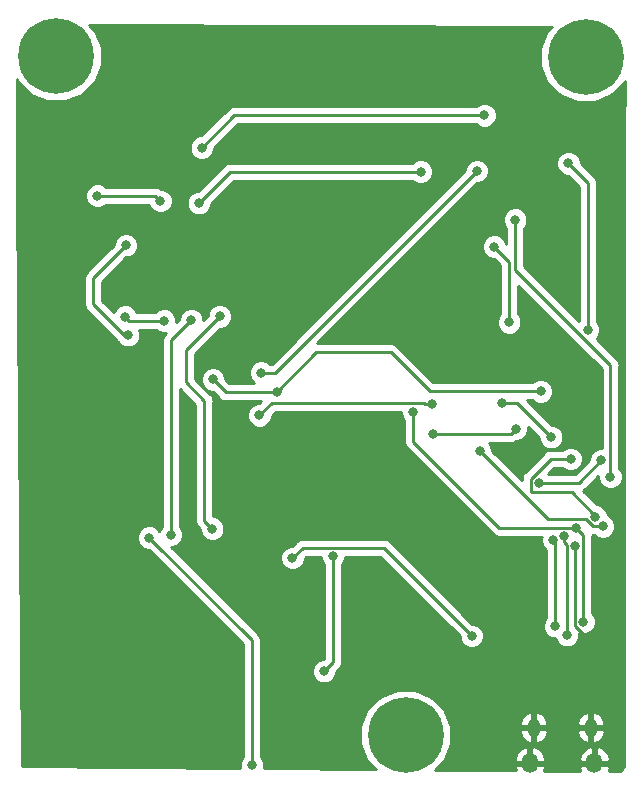
<source format=gbl>
G04 #@! TF.GenerationSoftware,KiCad,Pcbnew,(5.0.1-3-g963ef8bb5)*
G04 #@! TF.CreationDate,2019-10-19T22:42:43+03:00*
G04 #@! TF.ProjectId,kangal-bcu,6B616E67616C2D6263752E6B69636164,rev?*
G04 #@! TF.SameCoordinates,Original*
G04 #@! TF.FileFunction,Copper,L2,Bot,Signal*
G04 #@! TF.FilePolarity,Positive*
%FSLAX46Y46*%
G04 Gerber Fmt 4.6, Leading zero omitted, Abs format (unit mm)*
G04 Created by KiCad (PCBNEW (5.0.1-3-g963ef8bb5)) date 2019 October 19, Saturday 22:42:43*
%MOMM*%
%LPD*%
G01*
G04 APERTURE LIST*
G04 #@! TA.AperFunction,ComponentPad*
%ADD10O,1.100000X1.500000*%
G04 #@! TD*
G04 #@! TA.AperFunction,ComponentPad*
%ADD11O,1.350000X1.700000*%
G04 #@! TD*
G04 #@! TA.AperFunction,ComponentPad*
%ADD12C,0.800000*%
G04 #@! TD*
G04 #@! TA.AperFunction,ComponentPad*
%ADD13C,6.400000*%
G04 #@! TD*
G04 #@! TA.AperFunction,ViaPad*
%ADD14C,0.800000*%
G04 #@! TD*
G04 #@! TA.AperFunction,Conductor*
%ADD15C,0.250000*%
G04 #@! TD*
G04 #@! TA.AperFunction,Conductor*
%ADD16C,0.254000*%
G04 #@! TD*
G04 APERTURE END LIST*
D10*
G04 #@! TO.P,J1,6*
G04 #@! TO.N,GND*
X217392000Y-111335500D03*
X222232000Y-111335500D03*
D11*
X217082000Y-114335500D03*
X222542000Y-114335500D03*
G04 #@! TD*
D12*
G04 #@! TO.P,REF\002A\002A,1*
G04 #@! TO.N,N/C*
X223502556Y-52849444D03*
X221805500Y-52146500D03*
X220108444Y-52849444D03*
X219405500Y-54546500D03*
X220108444Y-56243556D03*
X221805500Y-56946500D03*
X223502556Y-56243556D03*
X224205500Y-54546500D03*
D13*
X221805500Y-54546500D03*
G04 #@! TD*
D12*
G04 #@! TO.P,REF\002A\002A,1*
G04 #@! TO.N,N/C*
X178671556Y-52785944D03*
X176974500Y-52083000D03*
X175277444Y-52785944D03*
X174574500Y-54483000D03*
X175277444Y-56180056D03*
X176974500Y-56883000D03*
X178671556Y-56180056D03*
X179374500Y-54483000D03*
D13*
X176974500Y-54483000D03*
G04 #@! TD*
D12*
G04 #@! TO.P,REF\002A\002A,1*
G04 #@! TO.N,N/C*
X208262556Y-110253444D03*
X206565500Y-109550500D03*
X204868444Y-110253444D03*
X204165500Y-111950500D03*
X204868444Y-113647556D03*
X206565500Y-114350500D03*
X208262556Y-113647556D03*
X208965500Y-111950500D03*
D13*
X206565500Y-111950500D03*
G04 #@! TD*
D14*
G04 #@! TO.N,GND*
X185841640Y-58013600D03*
X185674000Y-60482480D03*
X213380320Y-96895920D03*
X219837000Y-112887760D03*
X203540360Y-87243920D03*
X186837320Y-73868280D03*
X220883480Y-95981520D03*
G04 #@! TO.N,en*
X215900000Y-86042500D03*
X208915000Y-86487000D03*
G04 #@! TO.N,+5V*
X212153500Y-103568500D03*
X196977000Y-96964500D03*
G04 #@! TO.N,d-*
X219202000Y-102743000D03*
X219075000Y-95440500D03*
G04 #@! TO.N,d+*
X220218000Y-103505000D03*
X219994480Y-95092520D03*
G04 #@! TO.N,rts*
X207200500Y-84582000D03*
X220980000Y-94424500D03*
X221615000Y-102362000D03*
G04 #@! TO.N,Net-(Q1-Pad1)*
X217868500Y-90614500D03*
X223139000Y-88709500D03*
G04 #@! TO.N,dtr*
X218884500Y-86741000D03*
X214757000Y-83820000D03*
X220535500Y-88582500D03*
X222630583Y-93462277D03*
G04 #@! TO.N,sda*
X189039500Y-66929000D03*
X207835500Y-64262000D03*
X182880000Y-70485000D03*
X183070500Y-78105000D03*
G04 #@! TO.N,scl*
X189293500Y-62230000D03*
X213233000Y-59499500D03*
X186105800Y-76875640D03*
X182813960Y-76540360D03*
G04 #@! TO.N,IO5*
X215328500Y-77025500D03*
X214058500Y-70612000D03*
G04 #@! TO.N,Net-(R7-Pad2)*
X223901000Y-90106500D03*
X215836500Y-68326000D03*
G04 #@! TO.N,Net-(R8-Pad2)*
X223266000Y-94297500D03*
X212852000Y-87947500D03*
X208788000Y-83947000D03*
X194183000Y-84899500D03*
G04 #@! TO.N,rxtotx*
X194310000Y-81280000D03*
X212598000Y-64198500D03*
G04 #@! TO.N,vccad*
X220345000Y-63563500D03*
X221996000Y-77660500D03*
X195643500Y-82931000D03*
X190246000Y-81851500D03*
X199644000Y-106553000D03*
X200406000Y-96837500D03*
X217995500Y-82867500D03*
X185801000Y-66738500D03*
X180467000Y-66294000D03*
G04 #@! TO.N,gpsrx*
X190182500Y-94488000D03*
X190817500Y-76517500D03*
G04 #@! TO.N,gpstx*
X188404500Y-76835000D03*
X186690000Y-94996000D03*
G04 #@! TO.N,Net-(MODULE1-Pad12)*
X184848500Y-95250000D03*
X193548000Y-114490500D03*
G04 #@! TD*
D15*
G04 #@! TO.N,GND*
X222232000Y-104052002D02*
X222232000Y-110335500D01*
X220883480Y-102703482D02*
X222232000Y-104052002D01*
X222232000Y-110335500D02*
X222232000Y-111335500D01*
X220883480Y-95981520D02*
X220883480Y-102703482D01*
G04 #@! TO.N,en*
X215455500Y-86487000D02*
X208915000Y-86487000D01*
X215900000Y-86042500D02*
X215455500Y-86487000D01*
G04 #@! TO.N,+5V*
X197829001Y-96112499D02*
X196977000Y-96964500D01*
X204697499Y-96112499D02*
X197829001Y-96112499D01*
X212153500Y-103568500D02*
X204697499Y-96112499D01*
G04 #@! TO.N,d-*
X219202000Y-95567500D02*
X219075000Y-95440500D01*
X219202000Y-102743000D02*
X219202000Y-95567500D01*
G04 #@! TO.N,d+*
X219867480Y-95219520D02*
X219994480Y-95092520D01*
X220218000Y-95881725D02*
X220218000Y-96271080D01*
X219994480Y-95658205D02*
X220218000Y-95881725D01*
X219994480Y-95092520D02*
X219994480Y-95658205D01*
X220218000Y-103505000D02*
X220218000Y-96271080D01*
G04 #@! TO.N,rts*
X207200500Y-84582000D02*
X207200500Y-87122000D01*
X214503000Y-94424500D02*
X220980000Y-94424500D01*
X207200500Y-87122000D02*
X214503000Y-94424500D01*
X221615000Y-95059500D02*
X220980000Y-94424500D01*
X221615000Y-102362000D02*
X221615000Y-95059500D01*
G04 #@! TO.N,Net-(Q1-Pad1)*
X221234000Y-90614500D02*
X223139000Y-88709500D01*
X217868500Y-90614500D02*
X221234000Y-90614500D01*
G04 #@! TO.N,dtr*
X215963500Y-83820000D02*
X214757000Y-83820000D01*
X218884500Y-86741000D02*
X215963500Y-83820000D01*
X217143499Y-90266499D02*
X217143499Y-91413499D01*
X218827498Y-88582500D02*
X217143499Y-90266499D01*
X220535500Y-88582500D02*
X218827498Y-88582500D01*
X220629501Y-91413499D02*
X222440500Y-93224498D01*
X217143499Y-91413499D02*
X220629501Y-91413499D01*
X222583861Y-93508999D02*
X222630583Y-93462277D01*
X222440500Y-93508999D02*
X222583861Y-93508999D01*
X222440500Y-93224498D02*
X222630583Y-93462277D01*
G04 #@! TO.N,sda*
X191706500Y-64262000D02*
X207835500Y-64262000D01*
X189039500Y-66929000D02*
X191706500Y-64262000D01*
X182880000Y-70485000D02*
X180086000Y-73279000D01*
X180086000Y-73279000D02*
X180086000Y-75501500D01*
X182689500Y-78105000D02*
X183070500Y-78105000D01*
X180086000Y-75501500D02*
X182689500Y-78105000D01*
G04 #@! TO.N,scl*
X192024000Y-59499500D02*
X213233000Y-59499500D01*
X189293500Y-62230000D02*
X192024000Y-59499500D01*
X183149240Y-76875640D02*
X182813960Y-76540360D01*
X186105800Y-76875640D02*
X183149240Y-76875640D01*
G04 #@! TO.N,IO5*
X215328500Y-71882000D02*
X214058500Y-70612000D01*
X215328500Y-77025500D02*
X215328500Y-71882000D01*
G04 #@! TO.N,Net-(R7-Pad2)*
X215836500Y-72574002D02*
X215836500Y-68326000D01*
X223901000Y-80638502D02*
X215836500Y-72574002D01*
X223901000Y-90106500D02*
X223901000Y-80638502D01*
G04 #@! TO.N,Net-(R8-Pad2)*
X221842499Y-93699499D02*
X218603999Y-93699499D01*
X218603999Y-93699499D02*
X212852000Y-87947500D01*
X195225501Y-83856999D02*
X194183000Y-84899500D01*
X208132314Y-83856999D02*
X195225501Y-83856999D01*
X208222315Y-83947000D02*
X208132314Y-83856999D01*
X208788000Y-83947000D02*
X208222315Y-83947000D01*
X222440500Y-94297500D02*
X223266000Y-94297500D01*
X221842499Y-93699499D02*
X222440500Y-94297500D01*
G04 #@! TO.N,rxtotx*
X195516500Y-81280000D02*
X212598000Y-64198500D01*
X194310000Y-81280000D02*
X195516500Y-81280000D01*
G04 #@! TO.N,vccad*
X221996000Y-65214500D02*
X221996000Y-77660500D01*
X220345000Y-63563500D02*
X221996000Y-65214500D01*
X191325500Y-82931000D02*
X190246000Y-81851500D01*
X195643500Y-82931000D02*
X191325500Y-82931000D01*
X200406000Y-105791000D02*
X200406000Y-96837500D01*
X199644000Y-106553000D02*
X200406000Y-105791000D01*
X217995500Y-82867500D02*
X208597500Y-82867500D01*
X208597500Y-82867500D02*
X205295500Y-79565500D01*
X199009000Y-79565500D02*
X195643500Y-82931000D01*
X205295500Y-79565500D02*
X199009000Y-79565500D01*
X185356500Y-66294000D02*
X180467000Y-66294000D01*
X185801000Y-66738500D02*
X185356500Y-66294000D01*
G04 #@! TO.N,gpsrx*
X189520999Y-93826499D02*
X189520999Y-83666499D01*
X190182500Y-94488000D02*
X189520999Y-93826499D01*
X189520999Y-83666499D02*
X187960000Y-82105500D01*
X187960000Y-79375000D02*
X190817500Y-76517500D01*
X187960000Y-82105500D02*
X187960000Y-79375000D01*
G04 #@! TO.N,gpstx*
X186690000Y-78549500D02*
X186690000Y-94996000D01*
X188404500Y-76835000D02*
X186690000Y-78549500D01*
G04 #@! TO.N,Net-(MODULE1-Pad12)*
X193548000Y-103949500D02*
X193548000Y-114490500D01*
X184848500Y-95250000D02*
X193548000Y-103949500D01*
G04 #@! TD*
D16*
G04 #@! TO.N,GND*
G36*
X218908838Y-52019653D02*
X218554344Y-52374147D01*
X217970500Y-53783671D01*
X217970500Y-55309329D01*
X218554344Y-56718853D01*
X219633147Y-57797656D01*
X221042671Y-58381500D01*
X222568329Y-58381500D01*
X223977853Y-57797656D01*
X225056656Y-56718853D01*
X225102742Y-56607592D01*
X225044012Y-60963368D01*
X225044000Y-60965080D01*
X225044000Y-114614241D01*
X224912241Y-114866005D01*
X224761632Y-115018068D01*
X223733712Y-115009813D01*
X223845673Y-114668383D01*
X223695571Y-114462500D01*
X222669000Y-114462500D01*
X222669000Y-114482500D01*
X222415000Y-114482500D01*
X222415000Y-114462500D01*
X221388429Y-114462500D01*
X221238327Y-114668383D01*
X221343995Y-114990621D01*
X218288053Y-114966079D01*
X218385673Y-114668383D01*
X218235571Y-114462500D01*
X217209000Y-114462500D01*
X217209000Y-114482500D01*
X216955000Y-114482500D01*
X216955000Y-114462500D01*
X215928429Y-114462500D01*
X215778327Y-114668383D01*
X215869578Y-114946657D01*
X209047639Y-114891870D01*
X209816656Y-114122853D01*
X209866459Y-114002617D01*
X215778327Y-114002617D01*
X215928429Y-114208500D01*
X216955000Y-114208500D01*
X216955000Y-113016276D01*
X217209000Y-113016276D01*
X217209000Y-114208500D01*
X218235571Y-114208500D01*
X218385673Y-114002617D01*
X221238327Y-114002617D01*
X221388429Y-114208500D01*
X222415000Y-114208500D01*
X222415000Y-113016276D01*
X222669000Y-113016276D01*
X222669000Y-114208500D01*
X223695571Y-114208500D01*
X223845673Y-114002617D01*
X223686018Y-113515741D01*
X223352196Y-113127024D01*
X222895029Y-112895644D01*
X222871400Y-112892590D01*
X222669000Y-113016276D01*
X222415000Y-113016276D01*
X222212600Y-112892590D01*
X222188971Y-112895644D01*
X221731804Y-113127024D01*
X221397982Y-113515741D01*
X221238327Y-114002617D01*
X218385673Y-114002617D01*
X218226018Y-113515741D01*
X217892196Y-113127024D01*
X217435029Y-112895644D01*
X217411400Y-112892590D01*
X217209000Y-113016276D01*
X216955000Y-113016276D01*
X216752600Y-112892590D01*
X216728971Y-112895644D01*
X216271804Y-113127024D01*
X215937982Y-113515741D01*
X215778327Y-114002617D01*
X209866459Y-114002617D01*
X210400500Y-112713329D01*
X210400500Y-111649383D01*
X216206320Y-111649383D01*
X216340156Y-112094454D01*
X216634125Y-112454429D01*
X217043474Y-112674506D01*
X217082256Y-112679303D01*
X217265000Y-112553861D01*
X217265000Y-111462500D01*
X217519000Y-111462500D01*
X217519000Y-112553861D01*
X217701744Y-112679303D01*
X217740526Y-112674506D01*
X218149875Y-112454429D01*
X218443844Y-112094454D01*
X218577680Y-111649383D01*
X221046320Y-111649383D01*
X221180156Y-112094454D01*
X221474125Y-112454429D01*
X221883474Y-112674506D01*
X221922256Y-112679303D01*
X222105000Y-112553861D01*
X222105000Y-111462500D01*
X222359000Y-111462500D01*
X222359000Y-112553861D01*
X222541744Y-112679303D01*
X222580526Y-112674506D01*
X222989875Y-112454429D01*
X223283844Y-112094454D01*
X223417680Y-111649383D01*
X223262148Y-111462500D01*
X222359000Y-111462500D01*
X222105000Y-111462500D01*
X221201852Y-111462500D01*
X221046320Y-111649383D01*
X218577680Y-111649383D01*
X218422148Y-111462500D01*
X217519000Y-111462500D01*
X217265000Y-111462500D01*
X216361852Y-111462500D01*
X216206320Y-111649383D01*
X210400500Y-111649383D01*
X210400500Y-111187671D01*
X210331719Y-111021617D01*
X216206320Y-111021617D01*
X216361852Y-111208500D01*
X217265000Y-111208500D01*
X217265000Y-110117139D01*
X217519000Y-110117139D01*
X217519000Y-111208500D01*
X218422148Y-111208500D01*
X218577680Y-111021617D01*
X221046320Y-111021617D01*
X221201852Y-111208500D01*
X222105000Y-111208500D01*
X222105000Y-110117139D01*
X222359000Y-110117139D01*
X222359000Y-111208500D01*
X223262148Y-111208500D01*
X223417680Y-111021617D01*
X223283844Y-110576546D01*
X222989875Y-110216571D01*
X222580526Y-109996494D01*
X222541744Y-109991697D01*
X222359000Y-110117139D01*
X222105000Y-110117139D01*
X221922256Y-109991697D01*
X221883474Y-109996494D01*
X221474125Y-110216571D01*
X221180156Y-110576546D01*
X221046320Y-111021617D01*
X218577680Y-111021617D01*
X218443844Y-110576546D01*
X218149875Y-110216571D01*
X217740526Y-109996494D01*
X217701744Y-109991697D01*
X217519000Y-110117139D01*
X217265000Y-110117139D01*
X217082256Y-109991697D01*
X217043474Y-109996494D01*
X216634125Y-110216571D01*
X216340156Y-110576546D01*
X216206320Y-111021617D01*
X210331719Y-111021617D01*
X209816656Y-109778147D01*
X208737853Y-108699344D01*
X207328329Y-108115500D01*
X205802671Y-108115500D01*
X204393147Y-108699344D01*
X203314344Y-109778147D01*
X202730500Y-111187671D01*
X202730500Y-112713329D01*
X203314344Y-114122853D01*
X204043171Y-114851680D01*
X194550249Y-114775443D01*
X194583000Y-114696374D01*
X194583000Y-114284626D01*
X194425431Y-113904220D01*
X194308000Y-113786789D01*
X194308000Y-104024347D01*
X194322888Y-103949500D01*
X194308000Y-103874653D01*
X194308000Y-103874648D01*
X194263904Y-103652963D01*
X194095929Y-103401571D01*
X194032473Y-103359171D01*
X187431928Y-96758626D01*
X195942000Y-96758626D01*
X195942000Y-97170374D01*
X196099569Y-97550780D01*
X196390720Y-97841931D01*
X196771126Y-97999500D01*
X197182874Y-97999500D01*
X197563280Y-97841931D01*
X197854431Y-97550780D01*
X198012000Y-97170374D01*
X198012000Y-97004302D01*
X198143803Y-96872499D01*
X199371000Y-96872499D01*
X199371000Y-97043374D01*
X199528569Y-97423780D01*
X199646001Y-97541212D01*
X199646000Y-105476198D01*
X199604198Y-105518000D01*
X199438126Y-105518000D01*
X199057720Y-105675569D01*
X198766569Y-105966720D01*
X198609000Y-106347126D01*
X198609000Y-106758874D01*
X198766569Y-107139280D01*
X199057720Y-107430431D01*
X199438126Y-107588000D01*
X199849874Y-107588000D01*
X200230280Y-107430431D01*
X200521431Y-107139280D01*
X200679000Y-106758874D01*
X200679000Y-106592802D01*
X200890473Y-106381329D01*
X200953929Y-106338929D01*
X201009031Y-106256463D01*
X201121904Y-106087538D01*
X201145936Y-105966720D01*
X201166000Y-105865852D01*
X201166000Y-105865848D01*
X201180888Y-105791000D01*
X201166000Y-105716152D01*
X201166000Y-97541211D01*
X201283431Y-97423780D01*
X201441000Y-97043374D01*
X201441000Y-96872499D01*
X204382698Y-96872499D01*
X211118500Y-103608302D01*
X211118500Y-103774374D01*
X211276069Y-104154780D01*
X211567220Y-104445931D01*
X211947626Y-104603500D01*
X212359374Y-104603500D01*
X212739780Y-104445931D01*
X213030931Y-104154780D01*
X213188500Y-103774374D01*
X213188500Y-103362626D01*
X213030931Y-102982220D01*
X212739780Y-102691069D01*
X212359374Y-102533500D01*
X212193302Y-102533500D01*
X205287830Y-95628029D01*
X205245428Y-95564570D01*
X204994036Y-95396595D01*
X204772351Y-95352499D01*
X204772346Y-95352499D01*
X204697499Y-95337611D01*
X204622652Y-95352499D01*
X197903847Y-95352499D01*
X197829000Y-95337611D01*
X197754153Y-95352499D01*
X197754149Y-95352499D01*
X197532464Y-95396595D01*
X197469903Y-95438397D01*
X197344527Y-95522170D01*
X197344525Y-95522172D01*
X197281072Y-95564570D01*
X197238674Y-95628024D01*
X196937198Y-95929500D01*
X196771126Y-95929500D01*
X196390720Y-96087069D01*
X196099569Y-96378220D01*
X195942000Y-96758626D01*
X187431928Y-96758626D01*
X186704301Y-96031000D01*
X186895874Y-96031000D01*
X187276280Y-95873431D01*
X187567431Y-95582280D01*
X187725000Y-95201874D01*
X187725000Y-94790126D01*
X187567431Y-94409720D01*
X187450000Y-94292289D01*
X187450000Y-82678772D01*
X187475530Y-82695831D01*
X188761000Y-83981302D01*
X188760999Y-93751652D01*
X188746111Y-93826499D01*
X188760999Y-93901346D01*
X188760999Y-93901350D01*
X188805095Y-94123035D01*
X188973070Y-94374428D01*
X189036529Y-94416830D01*
X189147500Y-94527801D01*
X189147500Y-94693874D01*
X189305069Y-95074280D01*
X189596220Y-95365431D01*
X189976626Y-95523000D01*
X190388374Y-95523000D01*
X190768780Y-95365431D01*
X191059931Y-95074280D01*
X191217500Y-94693874D01*
X191217500Y-94282126D01*
X191059931Y-93901720D01*
X190768780Y-93610569D01*
X190388374Y-93453000D01*
X190280999Y-93453000D01*
X190280999Y-83741346D01*
X190295887Y-83666499D01*
X190280999Y-83591652D01*
X190280999Y-83591647D01*
X190236903Y-83369962D01*
X190068928Y-83118570D01*
X190005472Y-83076170D01*
X188720000Y-81790699D01*
X188720000Y-81645626D01*
X189211000Y-81645626D01*
X189211000Y-82057374D01*
X189368569Y-82437780D01*
X189659720Y-82728931D01*
X190040126Y-82886500D01*
X190206199Y-82886500D01*
X190735171Y-83415473D01*
X190777571Y-83478929D01*
X191028963Y-83646904D01*
X191250648Y-83691000D01*
X191250652Y-83691000D01*
X191325500Y-83705888D01*
X191400348Y-83691000D01*
X194316698Y-83691000D01*
X194143199Y-83864500D01*
X193977126Y-83864500D01*
X193596720Y-84022069D01*
X193305569Y-84313220D01*
X193148000Y-84693626D01*
X193148000Y-85105374D01*
X193305569Y-85485780D01*
X193596720Y-85776931D01*
X193977126Y-85934500D01*
X194388874Y-85934500D01*
X194769280Y-85776931D01*
X195060431Y-85485780D01*
X195218000Y-85105374D01*
X195218000Y-84939301D01*
X195540303Y-84616999D01*
X206165500Y-84616999D01*
X206165500Y-84787874D01*
X206323069Y-85168280D01*
X206440500Y-85285711D01*
X206440501Y-87047148D01*
X206425612Y-87122000D01*
X206440501Y-87196852D01*
X206484597Y-87418537D01*
X206652572Y-87669929D01*
X206716028Y-87712329D01*
X213912670Y-94908972D01*
X213955071Y-94972429D01*
X214206463Y-95140404D01*
X214428148Y-95184500D01*
X214428152Y-95184500D01*
X214503000Y-95199388D01*
X214577848Y-95184500D01*
X218060763Y-95184500D01*
X218040000Y-95234626D01*
X218040000Y-95646374D01*
X218197569Y-96026780D01*
X218442001Y-96271212D01*
X218442000Y-102039289D01*
X218324569Y-102156720D01*
X218167000Y-102537126D01*
X218167000Y-102948874D01*
X218324569Y-103329280D01*
X218615720Y-103620431D01*
X218996126Y-103778000D01*
X219210804Y-103778000D01*
X219340569Y-104091280D01*
X219631720Y-104382431D01*
X220012126Y-104540000D01*
X220423874Y-104540000D01*
X220804280Y-104382431D01*
X221095431Y-104091280D01*
X221253000Y-103710874D01*
X221253000Y-103332331D01*
X221409126Y-103397000D01*
X221820874Y-103397000D01*
X222201280Y-103239431D01*
X222492431Y-102948280D01*
X222650000Y-102567874D01*
X222650000Y-102156126D01*
X222492431Y-101775720D01*
X222375000Y-101658289D01*
X222375000Y-95134348D01*
X222389348Y-95062213D01*
X222440499Y-95072388D01*
X222515346Y-95057500D01*
X222562289Y-95057500D01*
X222679720Y-95174931D01*
X223060126Y-95332500D01*
X223471874Y-95332500D01*
X223852280Y-95174931D01*
X224143431Y-94883780D01*
X224301000Y-94503374D01*
X224301000Y-94091626D01*
X224143431Y-93711220D01*
X223852280Y-93420069D01*
X223665583Y-93342737D01*
X223665583Y-93256403D01*
X223508014Y-92875997D01*
X223216863Y-92584846D01*
X222836457Y-92427277D01*
X222718082Y-92427277D01*
X221584890Y-91294086D01*
X221781929Y-91162429D01*
X221824331Y-91098970D01*
X222866000Y-90057302D01*
X222866000Y-90312374D01*
X223023569Y-90692780D01*
X223314720Y-90983931D01*
X223695126Y-91141500D01*
X224106874Y-91141500D01*
X224487280Y-90983931D01*
X224778431Y-90692780D01*
X224936000Y-90312374D01*
X224936000Y-89900626D01*
X224778431Y-89520220D01*
X224661000Y-89402789D01*
X224661000Y-80713348D01*
X224675888Y-80638501D01*
X224661000Y-80563654D01*
X224661000Y-80563650D01*
X224616904Y-80341965D01*
X224448929Y-80090573D01*
X224385473Y-80048173D01*
X222728755Y-78391456D01*
X222873431Y-78246780D01*
X223031000Y-77866374D01*
X223031000Y-77454626D01*
X222873431Y-77074220D01*
X222756000Y-76956789D01*
X222756000Y-65289348D01*
X222770888Y-65214500D01*
X222756000Y-65139652D01*
X222756000Y-65139648D01*
X222711904Y-64917963D01*
X222543929Y-64666571D01*
X222480473Y-64624171D01*
X221380000Y-63523699D01*
X221380000Y-63357626D01*
X221222431Y-62977220D01*
X220931280Y-62686069D01*
X220550874Y-62528500D01*
X220139126Y-62528500D01*
X219758720Y-62686069D01*
X219467569Y-62977220D01*
X219310000Y-63357626D01*
X219310000Y-63769374D01*
X219467569Y-64149780D01*
X219758720Y-64440931D01*
X220139126Y-64598500D01*
X220305199Y-64598500D01*
X221236000Y-65529302D01*
X221236001Y-76898701D01*
X216596500Y-72259201D01*
X216596500Y-69029711D01*
X216713931Y-68912280D01*
X216871500Y-68531874D01*
X216871500Y-68120126D01*
X216713931Y-67739720D01*
X216422780Y-67448569D01*
X216042374Y-67291000D01*
X215630626Y-67291000D01*
X215250220Y-67448569D01*
X214959069Y-67739720D01*
X214801500Y-68120126D01*
X214801500Y-68531874D01*
X214959069Y-68912280D01*
X215076501Y-69029712D01*
X215076501Y-70365086D01*
X214935931Y-70025720D01*
X214644780Y-69734569D01*
X214264374Y-69577000D01*
X213852626Y-69577000D01*
X213472220Y-69734569D01*
X213181069Y-70025720D01*
X213023500Y-70406126D01*
X213023500Y-70817874D01*
X213181069Y-71198280D01*
X213472220Y-71489431D01*
X213852626Y-71647000D01*
X214018699Y-71647000D01*
X214568501Y-72196803D01*
X214568500Y-76321789D01*
X214451069Y-76439220D01*
X214293500Y-76819626D01*
X214293500Y-77231374D01*
X214451069Y-77611780D01*
X214742220Y-77902931D01*
X215122626Y-78060500D01*
X215534374Y-78060500D01*
X215914780Y-77902931D01*
X216205931Y-77611780D01*
X216363500Y-77231374D01*
X216363500Y-76819626D01*
X216205931Y-76439220D01*
X216088500Y-76321789D01*
X216088500Y-73900803D01*
X223141001Y-80953305D01*
X223141000Y-87674500D01*
X222933126Y-87674500D01*
X222552720Y-87832069D01*
X222261569Y-88123220D01*
X222104000Y-88503626D01*
X222104000Y-88669698D01*
X220919199Y-89854500D01*
X218630300Y-89854500D01*
X219142300Y-89342500D01*
X219831789Y-89342500D01*
X219949220Y-89459931D01*
X220329626Y-89617500D01*
X220741374Y-89617500D01*
X221121780Y-89459931D01*
X221412931Y-89168780D01*
X221570500Y-88788374D01*
X221570500Y-88376626D01*
X221412931Y-87996220D01*
X221121780Y-87705069D01*
X220741374Y-87547500D01*
X220329626Y-87547500D01*
X219949220Y-87705069D01*
X219831789Y-87822500D01*
X218902344Y-87822500D01*
X218827497Y-87807612D01*
X218752650Y-87822500D01*
X218752646Y-87822500D01*
X218530961Y-87866596D01*
X218279569Y-88034571D01*
X218237169Y-88098027D01*
X216659029Y-89676168D01*
X216595570Y-89718570D01*
X216427595Y-89969963D01*
X216383499Y-90191648D01*
X216383499Y-90191652D01*
X216368611Y-90266499D01*
X216383499Y-90341346D01*
X216383499Y-90404198D01*
X213887000Y-87907699D01*
X213887000Y-87741626D01*
X213729431Y-87361220D01*
X213615211Y-87247000D01*
X215380653Y-87247000D01*
X215455500Y-87261888D01*
X215530347Y-87247000D01*
X215530352Y-87247000D01*
X215752037Y-87202904D01*
X215939717Y-87077500D01*
X216105874Y-87077500D01*
X216486280Y-86919931D01*
X216777431Y-86628780D01*
X216935000Y-86248374D01*
X216935000Y-85866302D01*
X217849500Y-86780802D01*
X217849500Y-86946874D01*
X218007069Y-87327280D01*
X218298220Y-87618431D01*
X218678626Y-87776000D01*
X219090374Y-87776000D01*
X219470780Y-87618431D01*
X219761931Y-87327280D01*
X219919500Y-86946874D01*
X219919500Y-86535126D01*
X219761931Y-86154720D01*
X219470780Y-85863569D01*
X219090374Y-85706000D01*
X218924302Y-85706000D01*
X216845801Y-83627500D01*
X217291789Y-83627500D01*
X217409220Y-83744931D01*
X217789626Y-83902500D01*
X218201374Y-83902500D01*
X218581780Y-83744931D01*
X218872931Y-83453780D01*
X219030500Y-83073374D01*
X219030500Y-82661626D01*
X218872931Y-82281220D01*
X218581780Y-81990069D01*
X218201374Y-81832500D01*
X217789626Y-81832500D01*
X217409220Y-81990069D01*
X217291789Y-82107500D01*
X208912302Y-82107500D01*
X205885831Y-79081030D01*
X205843429Y-79017571D01*
X205592037Y-78849596D01*
X205370352Y-78805500D01*
X205370347Y-78805500D01*
X205295500Y-78790612D01*
X205220653Y-78805500D01*
X199083848Y-78805500D01*
X199068795Y-78802506D01*
X212637802Y-65233500D01*
X212803874Y-65233500D01*
X213184280Y-65075931D01*
X213475431Y-64784780D01*
X213633000Y-64404374D01*
X213633000Y-63992626D01*
X213475431Y-63612220D01*
X213184280Y-63321069D01*
X212803874Y-63163500D01*
X212392126Y-63163500D01*
X212011720Y-63321069D01*
X211720569Y-63612220D01*
X211563000Y-63992626D01*
X211563000Y-64158698D01*
X195201699Y-80520000D01*
X195013711Y-80520000D01*
X194896280Y-80402569D01*
X194515874Y-80245000D01*
X194104126Y-80245000D01*
X193723720Y-80402569D01*
X193432569Y-80693720D01*
X193275000Y-81074126D01*
X193275000Y-81485874D01*
X193432569Y-81866280D01*
X193723720Y-82157431D01*
X193756479Y-82171000D01*
X191640302Y-82171000D01*
X191281000Y-81811699D01*
X191281000Y-81645626D01*
X191123431Y-81265220D01*
X190832280Y-80974069D01*
X190451874Y-80816500D01*
X190040126Y-80816500D01*
X189659720Y-80974069D01*
X189368569Y-81265220D01*
X189211000Y-81645626D01*
X188720000Y-81645626D01*
X188720000Y-79689801D01*
X190857302Y-77552500D01*
X191023374Y-77552500D01*
X191403780Y-77394931D01*
X191694931Y-77103780D01*
X191852500Y-76723374D01*
X191852500Y-76311626D01*
X191694931Y-75931220D01*
X191403780Y-75640069D01*
X191023374Y-75482500D01*
X190611626Y-75482500D01*
X190231220Y-75640069D01*
X189940069Y-75931220D01*
X189782500Y-76311626D01*
X189782500Y-76477698D01*
X189439500Y-76820698D01*
X189439500Y-76629126D01*
X189281931Y-76248720D01*
X188990780Y-75957569D01*
X188610374Y-75800000D01*
X188198626Y-75800000D01*
X187818220Y-75957569D01*
X187527069Y-76248720D01*
X187369500Y-76629126D01*
X187369500Y-76795198D01*
X187140800Y-77023898D01*
X187140800Y-76669766D01*
X186983231Y-76289360D01*
X186692080Y-75998209D01*
X186311674Y-75840640D01*
X185899926Y-75840640D01*
X185519520Y-75998209D01*
X185402089Y-76115640D01*
X183758311Y-76115640D01*
X183691391Y-75954080D01*
X183400240Y-75662929D01*
X183019834Y-75505360D01*
X182608086Y-75505360D01*
X182227680Y-75662929D01*
X181936529Y-75954080D01*
X181841881Y-76182580D01*
X180846000Y-75186699D01*
X180846000Y-73593801D01*
X182919802Y-71520000D01*
X183085874Y-71520000D01*
X183466280Y-71362431D01*
X183757431Y-71071280D01*
X183915000Y-70690874D01*
X183915000Y-70279126D01*
X183757431Y-69898720D01*
X183466280Y-69607569D01*
X183085874Y-69450000D01*
X182674126Y-69450000D01*
X182293720Y-69607569D01*
X182002569Y-69898720D01*
X181845000Y-70279126D01*
X181845000Y-70445198D01*
X179601530Y-72688669D01*
X179538071Y-72731071D01*
X179370096Y-72982464D01*
X179326000Y-73204149D01*
X179326000Y-73204153D01*
X179311112Y-73279000D01*
X179326000Y-73353847D01*
X179326001Y-75426648D01*
X179311112Y-75501500D01*
X179370097Y-75798037D01*
X179484713Y-75969571D01*
X179538072Y-76049429D01*
X179601528Y-76091829D01*
X182099171Y-78589473D01*
X182141571Y-78652929D01*
X182190812Y-78685831D01*
X182193069Y-78691280D01*
X182484220Y-78982431D01*
X182864626Y-79140000D01*
X183276374Y-79140000D01*
X183656780Y-78982431D01*
X183947931Y-78691280D01*
X184105500Y-78310874D01*
X184105500Y-77899126D01*
X183996361Y-77635640D01*
X185402089Y-77635640D01*
X185519520Y-77753071D01*
X185899926Y-77910640D01*
X186254059Y-77910640D01*
X186205530Y-77959169D01*
X186142071Y-78001571D01*
X185974096Y-78252964D01*
X185930000Y-78474649D01*
X185930000Y-78474653D01*
X185915112Y-78549500D01*
X185930000Y-78624347D01*
X185930001Y-94292288D01*
X185812569Y-94409720D01*
X185712799Y-94650588D01*
X185434780Y-94372569D01*
X185054374Y-94215000D01*
X184642626Y-94215000D01*
X184262220Y-94372569D01*
X183971069Y-94663720D01*
X183813500Y-95044126D01*
X183813500Y-95455874D01*
X183971069Y-95836280D01*
X184262220Y-96127431D01*
X184642626Y-96285000D01*
X184808699Y-96285000D01*
X192788000Y-104264302D01*
X192788001Y-113786788D01*
X192670569Y-113904220D01*
X192513000Y-114284626D01*
X192513000Y-114696374D01*
X192539061Y-114759291D01*
X174060159Y-114610888D01*
X173688802Y-66088126D01*
X179432000Y-66088126D01*
X179432000Y-66499874D01*
X179589569Y-66880280D01*
X179880720Y-67171431D01*
X180261126Y-67329000D01*
X180672874Y-67329000D01*
X181053280Y-67171431D01*
X181170711Y-67054000D01*
X184811408Y-67054000D01*
X184923569Y-67324780D01*
X185214720Y-67615931D01*
X185595126Y-67773500D01*
X186006874Y-67773500D01*
X186387280Y-67615931D01*
X186678431Y-67324780D01*
X186836000Y-66944374D01*
X186836000Y-66723126D01*
X188004500Y-66723126D01*
X188004500Y-67134874D01*
X188162069Y-67515280D01*
X188453220Y-67806431D01*
X188833626Y-67964000D01*
X189245374Y-67964000D01*
X189625780Y-67806431D01*
X189916931Y-67515280D01*
X190074500Y-67134874D01*
X190074500Y-66968801D01*
X192021302Y-65022000D01*
X207131789Y-65022000D01*
X207249220Y-65139431D01*
X207629626Y-65297000D01*
X208041374Y-65297000D01*
X208421780Y-65139431D01*
X208712931Y-64848280D01*
X208870500Y-64467874D01*
X208870500Y-64056126D01*
X208712931Y-63675720D01*
X208421780Y-63384569D01*
X208041374Y-63227000D01*
X207629626Y-63227000D01*
X207249220Y-63384569D01*
X207131789Y-63502000D01*
X191781348Y-63502000D01*
X191706500Y-63487112D01*
X191631652Y-63502000D01*
X191631648Y-63502000D01*
X191409963Y-63546096D01*
X191158571Y-63714071D01*
X191116171Y-63777527D01*
X188999699Y-65894000D01*
X188833626Y-65894000D01*
X188453220Y-66051569D01*
X188162069Y-66342720D01*
X188004500Y-66723126D01*
X186836000Y-66723126D01*
X186836000Y-66532626D01*
X186678431Y-66152220D01*
X186387280Y-65861069D01*
X186006874Y-65703500D01*
X185840717Y-65703500D01*
X185653037Y-65578096D01*
X185431352Y-65534000D01*
X185431347Y-65534000D01*
X185356500Y-65519112D01*
X185281653Y-65534000D01*
X181170711Y-65534000D01*
X181053280Y-65416569D01*
X180672874Y-65259000D01*
X180261126Y-65259000D01*
X179880720Y-65416569D01*
X179589569Y-65707720D01*
X179432000Y-66088126D01*
X173688802Y-66088126D01*
X173657699Y-62024126D01*
X188258500Y-62024126D01*
X188258500Y-62435874D01*
X188416069Y-62816280D01*
X188707220Y-63107431D01*
X189087626Y-63265000D01*
X189499374Y-63265000D01*
X189879780Y-63107431D01*
X190170931Y-62816280D01*
X190328500Y-62435874D01*
X190328500Y-62269801D01*
X192338802Y-60259500D01*
X212529289Y-60259500D01*
X212646720Y-60376931D01*
X213027126Y-60534500D01*
X213438874Y-60534500D01*
X213819280Y-60376931D01*
X214110431Y-60085780D01*
X214268000Y-59705374D01*
X214268000Y-59293626D01*
X214110431Y-58913220D01*
X213819280Y-58622069D01*
X213438874Y-58464500D01*
X213027126Y-58464500D01*
X212646720Y-58622069D01*
X212529289Y-58739500D01*
X192098846Y-58739500D01*
X192023999Y-58724612D01*
X191949152Y-58739500D01*
X191949148Y-58739500D01*
X191727463Y-58783596D01*
X191476071Y-58951571D01*
X191433671Y-59015027D01*
X189253699Y-61195000D01*
X189087626Y-61195000D01*
X188707220Y-61352569D01*
X188416069Y-61643720D01*
X188258500Y-62024126D01*
X173657699Y-62024126D01*
X173634000Y-58927589D01*
X173634000Y-56439658D01*
X173723344Y-56655353D01*
X174802147Y-57734156D01*
X176211671Y-58318000D01*
X177737329Y-58318000D01*
X179146853Y-57734156D01*
X180225656Y-56655353D01*
X180809500Y-55245829D01*
X180809500Y-53720171D01*
X180225656Y-52310647D01*
X179750479Y-51835470D01*
X218908838Y-52019653D01*
X218908838Y-52019653D01*
G37*
X218908838Y-52019653D02*
X218554344Y-52374147D01*
X217970500Y-53783671D01*
X217970500Y-55309329D01*
X218554344Y-56718853D01*
X219633147Y-57797656D01*
X221042671Y-58381500D01*
X222568329Y-58381500D01*
X223977853Y-57797656D01*
X225056656Y-56718853D01*
X225102742Y-56607592D01*
X225044012Y-60963368D01*
X225044000Y-60965080D01*
X225044000Y-114614241D01*
X224912241Y-114866005D01*
X224761632Y-115018068D01*
X223733712Y-115009813D01*
X223845673Y-114668383D01*
X223695571Y-114462500D01*
X222669000Y-114462500D01*
X222669000Y-114482500D01*
X222415000Y-114482500D01*
X222415000Y-114462500D01*
X221388429Y-114462500D01*
X221238327Y-114668383D01*
X221343995Y-114990621D01*
X218288053Y-114966079D01*
X218385673Y-114668383D01*
X218235571Y-114462500D01*
X217209000Y-114462500D01*
X217209000Y-114482500D01*
X216955000Y-114482500D01*
X216955000Y-114462500D01*
X215928429Y-114462500D01*
X215778327Y-114668383D01*
X215869578Y-114946657D01*
X209047639Y-114891870D01*
X209816656Y-114122853D01*
X209866459Y-114002617D01*
X215778327Y-114002617D01*
X215928429Y-114208500D01*
X216955000Y-114208500D01*
X216955000Y-113016276D01*
X217209000Y-113016276D01*
X217209000Y-114208500D01*
X218235571Y-114208500D01*
X218385673Y-114002617D01*
X221238327Y-114002617D01*
X221388429Y-114208500D01*
X222415000Y-114208500D01*
X222415000Y-113016276D01*
X222669000Y-113016276D01*
X222669000Y-114208500D01*
X223695571Y-114208500D01*
X223845673Y-114002617D01*
X223686018Y-113515741D01*
X223352196Y-113127024D01*
X222895029Y-112895644D01*
X222871400Y-112892590D01*
X222669000Y-113016276D01*
X222415000Y-113016276D01*
X222212600Y-112892590D01*
X222188971Y-112895644D01*
X221731804Y-113127024D01*
X221397982Y-113515741D01*
X221238327Y-114002617D01*
X218385673Y-114002617D01*
X218226018Y-113515741D01*
X217892196Y-113127024D01*
X217435029Y-112895644D01*
X217411400Y-112892590D01*
X217209000Y-113016276D01*
X216955000Y-113016276D01*
X216752600Y-112892590D01*
X216728971Y-112895644D01*
X216271804Y-113127024D01*
X215937982Y-113515741D01*
X215778327Y-114002617D01*
X209866459Y-114002617D01*
X210400500Y-112713329D01*
X210400500Y-111649383D01*
X216206320Y-111649383D01*
X216340156Y-112094454D01*
X216634125Y-112454429D01*
X217043474Y-112674506D01*
X217082256Y-112679303D01*
X217265000Y-112553861D01*
X217265000Y-111462500D01*
X217519000Y-111462500D01*
X217519000Y-112553861D01*
X217701744Y-112679303D01*
X217740526Y-112674506D01*
X218149875Y-112454429D01*
X218443844Y-112094454D01*
X218577680Y-111649383D01*
X221046320Y-111649383D01*
X221180156Y-112094454D01*
X221474125Y-112454429D01*
X221883474Y-112674506D01*
X221922256Y-112679303D01*
X222105000Y-112553861D01*
X222105000Y-111462500D01*
X222359000Y-111462500D01*
X222359000Y-112553861D01*
X222541744Y-112679303D01*
X222580526Y-112674506D01*
X222989875Y-112454429D01*
X223283844Y-112094454D01*
X223417680Y-111649383D01*
X223262148Y-111462500D01*
X222359000Y-111462500D01*
X222105000Y-111462500D01*
X221201852Y-111462500D01*
X221046320Y-111649383D01*
X218577680Y-111649383D01*
X218422148Y-111462500D01*
X217519000Y-111462500D01*
X217265000Y-111462500D01*
X216361852Y-111462500D01*
X216206320Y-111649383D01*
X210400500Y-111649383D01*
X210400500Y-111187671D01*
X210331719Y-111021617D01*
X216206320Y-111021617D01*
X216361852Y-111208500D01*
X217265000Y-111208500D01*
X217265000Y-110117139D01*
X217519000Y-110117139D01*
X217519000Y-111208500D01*
X218422148Y-111208500D01*
X218577680Y-111021617D01*
X221046320Y-111021617D01*
X221201852Y-111208500D01*
X222105000Y-111208500D01*
X222105000Y-110117139D01*
X222359000Y-110117139D01*
X222359000Y-111208500D01*
X223262148Y-111208500D01*
X223417680Y-111021617D01*
X223283844Y-110576546D01*
X222989875Y-110216571D01*
X222580526Y-109996494D01*
X222541744Y-109991697D01*
X222359000Y-110117139D01*
X222105000Y-110117139D01*
X221922256Y-109991697D01*
X221883474Y-109996494D01*
X221474125Y-110216571D01*
X221180156Y-110576546D01*
X221046320Y-111021617D01*
X218577680Y-111021617D01*
X218443844Y-110576546D01*
X218149875Y-110216571D01*
X217740526Y-109996494D01*
X217701744Y-109991697D01*
X217519000Y-110117139D01*
X217265000Y-110117139D01*
X217082256Y-109991697D01*
X217043474Y-109996494D01*
X216634125Y-110216571D01*
X216340156Y-110576546D01*
X216206320Y-111021617D01*
X210331719Y-111021617D01*
X209816656Y-109778147D01*
X208737853Y-108699344D01*
X207328329Y-108115500D01*
X205802671Y-108115500D01*
X204393147Y-108699344D01*
X203314344Y-109778147D01*
X202730500Y-111187671D01*
X202730500Y-112713329D01*
X203314344Y-114122853D01*
X204043171Y-114851680D01*
X194550249Y-114775443D01*
X194583000Y-114696374D01*
X194583000Y-114284626D01*
X194425431Y-113904220D01*
X194308000Y-113786789D01*
X194308000Y-104024347D01*
X194322888Y-103949500D01*
X194308000Y-103874653D01*
X194308000Y-103874648D01*
X194263904Y-103652963D01*
X194095929Y-103401571D01*
X194032473Y-103359171D01*
X187431928Y-96758626D01*
X195942000Y-96758626D01*
X195942000Y-97170374D01*
X196099569Y-97550780D01*
X196390720Y-97841931D01*
X196771126Y-97999500D01*
X197182874Y-97999500D01*
X197563280Y-97841931D01*
X197854431Y-97550780D01*
X198012000Y-97170374D01*
X198012000Y-97004302D01*
X198143803Y-96872499D01*
X199371000Y-96872499D01*
X199371000Y-97043374D01*
X199528569Y-97423780D01*
X199646001Y-97541212D01*
X199646000Y-105476198D01*
X199604198Y-105518000D01*
X199438126Y-105518000D01*
X199057720Y-105675569D01*
X198766569Y-105966720D01*
X198609000Y-106347126D01*
X198609000Y-106758874D01*
X198766569Y-107139280D01*
X199057720Y-107430431D01*
X199438126Y-107588000D01*
X199849874Y-107588000D01*
X200230280Y-107430431D01*
X200521431Y-107139280D01*
X200679000Y-106758874D01*
X200679000Y-106592802D01*
X200890473Y-106381329D01*
X200953929Y-106338929D01*
X201009031Y-106256463D01*
X201121904Y-106087538D01*
X201145936Y-105966720D01*
X201166000Y-105865852D01*
X201166000Y-105865848D01*
X201180888Y-105791000D01*
X201166000Y-105716152D01*
X201166000Y-97541211D01*
X201283431Y-97423780D01*
X201441000Y-97043374D01*
X201441000Y-96872499D01*
X204382698Y-96872499D01*
X211118500Y-103608302D01*
X211118500Y-103774374D01*
X211276069Y-104154780D01*
X211567220Y-104445931D01*
X211947626Y-104603500D01*
X212359374Y-104603500D01*
X212739780Y-104445931D01*
X213030931Y-104154780D01*
X213188500Y-103774374D01*
X213188500Y-103362626D01*
X213030931Y-102982220D01*
X212739780Y-102691069D01*
X212359374Y-102533500D01*
X212193302Y-102533500D01*
X205287830Y-95628029D01*
X205245428Y-95564570D01*
X204994036Y-95396595D01*
X204772351Y-95352499D01*
X204772346Y-95352499D01*
X204697499Y-95337611D01*
X204622652Y-95352499D01*
X197903847Y-95352499D01*
X197829000Y-95337611D01*
X197754153Y-95352499D01*
X197754149Y-95352499D01*
X197532464Y-95396595D01*
X197469903Y-95438397D01*
X197344527Y-95522170D01*
X197344525Y-95522172D01*
X197281072Y-95564570D01*
X197238674Y-95628024D01*
X196937198Y-95929500D01*
X196771126Y-95929500D01*
X196390720Y-96087069D01*
X196099569Y-96378220D01*
X195942000Y-96758626D01*
X187431928Y-96758626D01*
X186704301Y-96031000D01*
X186895874Y-96031000D01*
X187276280Y-95873431D01*
X187567431Y-95582280D01*
X187725000Y-95201874D01*
X187725000Y-94790126D01*
X187567431Y-94409720D01*
X187450000Y-94292289D01*
X187450000Y-82678772D01*
X187475530Y-82695831D01*
X188761000Y-83981302D01*
X188760999Y-93751652D01*
X188746111Y-93826499D01*
X188760999Y-93901346D01*
X188760999Y-93901350D01*
X188805095Y-94123035D01*
X188973070Y-94374428D01*
X189036529Y-94416830D01*
X189147500Y-94527801D01*
X189147500Y-94693874D01*
X189305069Y-95074280D01*
X189596220Y-95365431D01*
X189976626Y-95523000D01*
X190388374Y-95523000D01*
X190768780Y-95365431D01*
X191059931Y-95074280D01*
X191217500Y-94693874D01*
X191217500Y-94282126D01*
X191059931Y-93901720D01*
X190768780Y-93610569D01*
X190388374Y-93453000D01*
X190280999Y-93453000D01*
X190280999Y-83741346D01*
X190295887Y-83666499D01*
X190280999Y-83591652D01*
X190280999Y-83591647D01*
X190236903Y-83369962D01*
X190068928Y-83118570D01*
X190005472Y-83076170D01*
X188720000Y-81790699D01*
X188720000Y-81645626D01*
X189211000Y-81645626D01*
X189211000Y-82057374D01*
X189368569Y-82437780D01*
X189659720Y-82728931D01*
X190040126Y-82886500D01*
X190206199Y-82886500D01*
X190735171Y-83415473D01*
X190777571Y-83478929D01*
X191028963Y-83646904D01*
X191250648Y-83691000D01*
X191250652Y-83691000D01*
X191325500Y-83705888D01*
X191400348Y-83691000D01*
X194316698Y-83691000D01*
X194143199Y-83864500D01*
X193977126Y-83864500D01*
X193596720Y-84022069D01*
X193305569Y-84313220D01*
X193148000Y-84693626D01*
X193148000Y-85105374D01*
X193305569Y-85485780D01*
X193596720Y-85776931D01*
X193977126Y-85934500D01*
X194388874Y-85934500D01*
X194769280Y-85776931D01*
X195060431Y-85485780D01*
X195218000Y-85105374D01*
X195218000Y-84939301D01*
X195540303Y-84616999D01*
X206165500Y-84616999D01*
X206165500Y-84787874D01*
X206323069Y-85168280D01*
X206440500Y-85285711D01*
X206440501Y-87047148D01*
X206425612Y-87122000D01*
X206440501Y-87196852D01*
X206484597Y-87418537D01*
X206652572Y-87669929D01*
X206716028Y-87712329D01*
X213912670Y-94908972D01*
X213955071Y-94972429D01*
X214206463Y-95140404D01*
X214428148Y-95184500D01*
X214428152Y-95184500D01*
X214503000Y-95199388D01*
X214577848Y-95184500D01*
X218060763Y-95184500D01*
X218040000Y-95234626D01*
X218040000Y-95646374D01*
X218197569Y-96026780D01*
X218442001Y-96271212D01*
X218442000Y-102039289D01*
X218324569Y-102156720D01*
X218167000Y-102537126D01*
X218167000Y-102948874D01*
X218324569Y-103329280D01*
X218615720Y-103620431D01*
X218996126Y-103778000D01*
X219210804Y-103778000D01*
X219340569Y-104091280D01*
X219631720Y-104382431D01*
X220012126Y-104540000D01*
X220423874Y-104540000D01*
X220804280Y-104382431D01*
X221095431Y-104091280D01*
X221253000Y-103710874D01*
X221253000Y-103332331D01*
X221409126Y-103397000D01*
X221820874Y-103397000D01*
X222201280Y-103239431D01*
X222492431Y-102948280D01*
X222650000Y-102567874D01*
X222650000Y-102156126D01*
X222492431Y-101775720D01*
X222375000Y-101658289D01*
X222375000Y-95134348D01*
X222389348Y-95062213D01*
X222440499Y-95072388D01*
X222515346Y-95057500D01*
X222562289Y-95057500D01*
X222679720Y-95174931D01*
X223060126Y-95332500D01*
X223471874Y-95332500D01*
X223852280Y-95174931D01*
X224143431Y-94883780D01*
X224301000Y-94503374D01*
X224301000Y-94091626D01*
X224143431Y-93711220D01*
X223852280Y-93420069D01*
X223665583Y-93342737D01*
X223665583Y-93256403D01*
X223508014Y-92875997D01*
X223216863Y-92584846D01*
X222836457Y-92427277D01*
X222718082Y-92427277D01*
X221584890Y-91294086D01*
X221781929Y-91162429D01*
X221824331Y-91098970D01*
X222866000Y-90057302D01*
X222866000Y-90312374D01*
X223023569Y-90692780D01*
X223314720Y-90983931D01*
X223695126Y-91141500D01*
X224106874Y-91141500D01*
X224487280Y-90983931D01*
X224778431Y-90692780D01*
X224936000Y-90312374D01*
X224936000Y-89900626D01*
X224778431Y-89520220D01*
X224661000Y-89402789D01*
X224661000Y-80713348D01*
X224675888Y-80638501D01*
X224661000Y-80563654D01*
X224661000Y-80563650D01*
X224616904Y-80341965D01*
X224448929Y-80090573D01*
X224385473Y-80048173D01*
X222728755Y-78391456D01*
X222873431Y-78246780D01*
X223031000Y-77866374D01*
X223031000Y-77454626D01*
X222873431Y-77074220D01*
X222756000Y-76956789D01*
X222756000Y-65289348D01*
X222770888Y-65214500D01*
X222756000Y-65139652D01*
X222756000Y-65139648D01*
X222711904Y-64917963D01*
X222543929Y-64666571D01*
X222480473Y-64624171D01*
X221380000Y-63523699D01*
X221380000Y-63357626D01*
X221222431Y-62977220D01*
X220931280Y-62686069D01*
X220550874Y-62528500D01*
X220139126Y-62528500D01*
X219758720Y-62686069D01*
X219467569Y-62977220D01*
X219310000Y-63357626D01*
X219310000Y-63769374D01*
X219467569Y-64149780D01*
X219758720Y-64440931D01*
X220139126Y-64598500D01*
X220305199Y-64598500D01*
X221236000Y-65529302D01*
X221236001Y-76898701D01*
X216596500Y-72259201D01*
X216596500Y-69029711D01*
X216713931Y-68912280D01*
X216871500Y-68531874D01*
X216871500Y-68120126D01*
X216713931Y-67739720D01*
X216422780Y-67448569D01*
X216042374Y-67291000D01*
X215630626Y-67291000D01*
X215250220Y-67448569D01*
X214959069Y-67739720D01*
X214801500Y-68120126D01*
X214801500Y-68531874D01*
X214959069Y-68912280D01*
X215076501Y-69029712D01*
X215076501Y-70365086D01*
X214935931Y-70025720D01*
X214644780Y-69734569D01*
X214264374Y-69577000D01*
X213852626Y-69577000D01*
X213472220Y-69734569D01*
X213181069Y-70025720D01*
X213023500Y-70406126D01*
X213023500Y-70817874D01*
X213181069Y-71198280D01*
X213472220Y-71489431D01*
X213852626Y-71647000D01*
X214018699Y-71647000D01*
X214568501Y-72196803D01*
X214568500Y-76321789D01*
X214451069Y-76439220D01*
X214293500Y-76819626D01*
X214293500Y-77231374D01*
X214451069Y-77611780D01*
X214742220Y-77902931D01*
X215122626Y-78060500D01*
X215534374Y-78060500D01*
X215914780Y-77902931D01*
X216205931Y-77611780D01*
X216363500Y-77231374D01*
X216363500Y-76819626D01*
X216205931Y-76439220D01*
X216088500Y-76321789D01*
X216088500Y-73900803D01*
X223141001Y-80953305D01*
X223141000Y-87674500D01*
X222933126Y-87674500D01*
X222552720Y-87832069D01*
X222261569Y-88123220D01*
X222104000Y-88503626D01*
X222104000Y-88669698D01*
X220919199Y-89854500D01*
X218630300Y-89854500D01*
X219142300Y-89342500D01*
X219831789Y-89342500D01*
X219949220Y-89459931D01*
X220329626Y-89617500D01*
X220741374Y-89617500D01*
X221121780Y-89459931D01*
X221412931Y-89168780D01*
X221570500Y-88788374D01*
X221570500Y-88376626D01*
X221412931Y-87996220D01*
X221121780Y-87705069D01*
X220741374Y-87547500D01*
X220329626Y-87547500D01*
X219949220Y-87705069D01*
X219831789Y-87822500D01*
X218902344Y-87822500D01*
X218827497Y-87807612D01*
X218752650Y-87822500D01*
X218752646Y-87822500D01*
X218530961Y-87866596D01*
X218279569Y-88034571D01*
X218237169Y-88098027D01*
X216659029Y-89676168D01*
X216595570Y-89718570D01*
X216427595Y-89969963D01*
X216383499Y-90191648D01*
X216383499Y-90191652D01*
X216368611Y-90266499D01*
X216383499Y-90341346D01*
X216383499Y-90404198D01*
X213887000Y-87907699D01*
X213887000Y-87741626D01*
X213729431Y-87361220D01*
X213615211Y-87247000D01*
X215380653Y-87247000D01*
X215455500Y-87261888D01*
X215530347Y-87247000D01*
X215530352Y-87247000D01*
X215752037Y-87202904D01*
X215939717Y-87077500D01*
X216105874Y-87077500D01*
X216486280Y-86919931D01*
X216777431Y-86628780D01*
X216935000Y-86248374D01*
X216935000Y-85866302D01*
X217849500Y-86780802D01*
X217849500Y-86946874D01*
X218007069Y-87327280D01*
X218298220Y-87618431D01*
X218678626Y-87776000D01*
X219090374Y-87776000D01*
X219470780Y-87618431D01*
X219761931Y-87327280D01*
X219919500Y-86946874D01*
X219919500Y-86535126D01*
X219761931Y-86154720D01*
X219470780Y-85863569D01*
X219090374Y-85706000D01*
X218924302Y-85706000D01*
X216845801Y-83627500D01*
X217291789Y-83627500D01*
X217409220Y-83744931D01*
X217789626Y-83902500D01*
X218201374Y-83902500D01*
X218581780Y-83744931D01*
X218872931Y-83453780D01*
X219030500Y-83073374D01*
X219030500Y-82661626D01*
X218872931Y-82281220D01*
X218581780Y-81990069D01*
X218201374Y-81832500D01*
X217789626Y-81832500D01*
X217409220Y-81990069D01*
X217291789Y-82107500D01*
X208912302Y-82107500D01*
X205885831Y-79081030D01*
X205843429Y-79017571D01*
X205592037Y-78849596D01*
X205370352Y-78805500D01*
X205370347Y-78805500D01*
X205295500Y-78790612D01*
X205220653Y-78805500D01*
X199083848Y-78805500D01*
X199068795Y-78802506D01*
X212637802Y-65233500D01*
X212803874Y-65233500D01*
X213184280Y-65075931D01*
X213475431Y-64784780D01*
X213633000Y-64404374D01*
X213633000Y-63992626D01*
X213475431Y-63612220D01*
X213184280Y-63321069D01*
X212803874Y-63163500D01*
X212392126Y-63163500D01*
X212011720Y-63321069D01*
X211720569Y-63612220D01*
X211563000Y-63992626D01*
X211563000Y-64158698D01*
X195201699Y-80520000D01*
X195013711Y-80520000D01*
X194896280Y-80402569D01*
X194515874Y-80245000D01*
X194104126Y-80245000D01*
X193723720Y-80402569D01*
X193432569Y-80693720D01*
X193275000Y-81074126D01*
X193275000Y-81485874D01*
X193432569Y-81866280D01*
X193723720Y-82157431D01*
X193756479Y-82171000D01*
X191640302Y-82171000D01*
X191281000Y-81811699D01*
X191281000Y-81645626D01*
X191123431Y-81265220D01*
X190832280Y-80974069D01*
X190451874Y-80816500D01*
X190040126Y-80816500D01*
X189659720Y-80974069D01*
X189368569Y-81265220D01*
X189211000Y-81645626D01*
X188720000Y-81645626D01*
X188720000Y-79689801D01*
X190857302Y-77552500D01*
X191023374Y-77552500D01*
X191403780Y-77394931D01*
X191694931Y-77103780D01*
X191852500Y-76723374D01*
X191852500Y-76311626D01*
X191694931Y-75931220D01*
X191403780Y-75640069D01*
X191023374Y-75482500D01*
X190611626Y-75482500D01*
X190231220Y-75640069D01*
X189940069Y-75931220D01*
X189782500Y-76311626D01*
X189782500Y-76477698D01*
X189439500Y-76820698D01*
X189439500Y-76629126D01*
X189281931Y-76248720D01*
X188990780Y-75957569D01*
X188610374Y-75800000D01*
X188198626Y-75800000D01*
X187818220Y-75957569D01*
X187527069Y-76248720D01*
X187369500Y-76629126D01*
X187369500Y-76795198D01*
X187140800Y-77023898D01*
X187140800Y-76669766D01*
X186983231Y-76289360D01*
X186692080Y-75998209D01*
X186311674Y-75840640D01*
X185899926Y-75840640D01*
X185519520Y-75998209D01*
X185402089Y-76115640D01*
X183758311Y-76115640D01*
X183691391Y-75954080D01*
X183400240Y-75662929D01*
X183019834Y-75505360D01*
X182608086Y-75505360D01*
X182227680Y-75662929D01*
X181936529Y-75954080D01*
X181841881Y-76182580D01*
X180846000Y-75186699D01*
X180846000Y-73593801D01*
X182919802Y-71520000D01*
X183085874Y-71520000D01*
X183466280Y-71362431D01*
X183757431Y-71071280D01*
X183915000Y-70690874D01*
X183915000Y-70279126D01*
X183757431Y-69898720D01*
X183466280Y-69607569D01*
X183085874Y-69450000D01*
X182674126Y-69450000D01*
X182293720Y-69607569D01*
X182002569Y-69898720D01*
X181845000Y-70279126D01*
X181845000Y-70445198D01*
X179601530Y-72688669D01*
X179538071Y-72731071D01*
X179370096Y-72982464D01*
X179326000Y-73204149D01*
X179326000Y-73204153D01*
X179311112Y-73279000D01*
X179326000Y-73353847D01*
X179326001Y-75426648D01*
X179311112Y-75501500D01*
X179370097Y-75798037D01*
X179484713Y-75969571D01*
X179538072Y-76049429D01*
X179601528Y-76091829D01*
X182099171Y-78589473D01*
X182141571Y-78652929D01*
X182190812Y-78685831D01*
X182193069Y-78691280D01*
X182484220Y-78982431D01*
X182864626Y-79140000D01*
X183276374Y-79140000D01*
X183656780Y-78982431D01*
X183947931Y-78691280D01*
X184105500Y-78310874D01*
X184105500Y-77899126D01*
X183996361Y-77635640D01*
X185402089Y-77635640D01*
X185519520Y-77753071D01*
X185899926Y-77910640D01*
X186254059Y-77910640D01*
X186205530Y-77959169D01*
X186142071Y-78001571D01*
X185974096Y-78252964D01*
X185930000Y-78474649D01*
X185930000Y-78474653D01*
X185915112Y-78549500D01*
X185930000Y-78624347D01*
X185930001Y-94292288D01*
X185812569Y-94409720D01*
X185712799Y-94650588D01*
X185434780Y-94372569D01*
X185054374Y-94215000D01*
X184642626Y-94215000D01*
X184262220Y-94372569D01*
X183971069Y-94663720D01*
X183813500Y-95044126D01*
X183813500Y-95455874D01*
X183971069Y-95836280D01*
X184262220Y-96127431D01*
X184642626Y-96285000D01*
X184808699Y-96285000D01*
X192788000Y-104264302D01*
X192788001Y-113786788D01*
X192670569Y-113904220D01*
X192513000Y-114284626D01*
X192513000Y-114696374D01*
X192539061Y-114759291D01*
X174060159Y-114610888D01*
X173688802Y-66088126D01*
X179432000Y-66088126D01*
X179432000Y-66499874D01*
X179589569Y-66880280D01*
X179880720Y-67171431D01*
X180261126Y-67329000D01*
X180672874Y-67329000D01*
X181053280Y-67171431D01*
X181170711Y-67054000D01*
X184811408Y-67054000D01*
X184923569Y-67324780D01*
X185214720Y-67615931D01*
X185595126Y-67773500D01*
X186006874Y-67773500D01*
X186387280Y-67615931D01*
X186678431Y-67324780D01*
X186836000Y-66944374D01*
X186836000Y-66723126D01*
X188004500Y-66723126D01*
X188004500Y-67134874D01*
X188162069Y-67515280D01*
X188453220Y-67806431D01*
X188833626Y-67964000D01*
X189245374Y-67964000D01*
X189625780Y-67806431D01*
X189916931Y-67515280D01*
X190074500Y-67134874D01*
X190074500Y-66968801D01*
X192021302Y-65022000D01*
X207131789Y-65022000D01*
X207249220Y-65139431D01*
X207629626Y-65297000D01*
X208041374Y-65297000D01*
X208421780Y-65139431D01*
X208712931Y-64848280D01*
X208870500Y-64467874D01*
X208870500Y-64056126D01*
X208712931Y-63675720D01*
X208421780Y-63384569D01*
X208041374Y-63227000D01*
X207629626Y-63227000D01*
X207249220Y-63384569D01*
X207131789Y-63502000D01*
X191781348Y-63502000D01*
X191706500Y-63487112D01*
X191631652Y-63502000D01*
X191631648Y-63502000D01*
X191409963Y-63546096D01*
X191158571Y-63714071D01*
X191116171Y-63777527D01*
X188999699Y-65894000D01*
X188833626Y-65894000D01*
X188453220Y-66051569D01*
X188162069Y-66342720D01*
X188004500Y-66723126D01*
X186836000Y-66723126D01*
X186836000Y-66532626D01*
X186678431Y-66152220D01*
X186387280Y-65861069D01*
X186006874Y-65703500D01*
X185840717Y-65703500D01*
X185653037Y-65578096D01*
X185431352Y-65534000D01*
X185431347Y-65534000D01*
X185356500Y-65519112D01*
X185281653Y-65534000D01*
X181170711Y-65534000D01*
X181053280Y-65416569D01*
X180672874Y-65259000D01*
X180261126Y-65259000D01*
X179880720Y-65416569D01*
X179589569Y-65707720D01*
X179432000Y-66088126D01*
X173688802Y-66088126D01*
X173657699Y-62024126D01*
X188258500Y-62024126D01*
X188258500Y-62435874D01*
X188416069Y-62816280D01*
X188707220Y-63107431D01*
X189087626Y-63265000D01*
X189499374Y-63265000D01*
X189879780Y-63107431D01*
X190170931Y-62816280D01*
X190328500Y-62435874D01*
X190328500Y-62269801D01*
X192338802Y-60259500D01*
X212529289Y-60259500D01*
X212646720Y-60376931D01*
X213027126Y-60534500D01*
X213438874Y-60534500D01*
X213819280Y-60376931D01*
X214110431Y-60085780D01*
X214268000Y-59705374D01*
X214268000Y-59293626D01*
X214110431Y-58913220D01*
X213819280Y-58622069D01*
X213438874Y-58464500D01*
X213027126Y-58464500D01*
X212646720Y-58622069D01*
X212529289Y-58739500D01*
X192098846Y-58739500D01*
X192023999Y-58724612D01*
X191949152Y-58739500D01*
X191949148Y-58739500D01*
X191727463Y-58783596D01*
X191476071Y-58951571D01*
X191433671Y-59015027D01*
X189253699Y-61195000D01*
X189087626Y-61195000D01*
X188707220Y-61352569D01*
X188416069Y-61643720D01*
X188258500Y-62024126D01*
X173657699Y-62024126D01*
X173634000Y-58927589D01*
X173634000Y-56439658D01*
X173723344Y-56655353D01*
X174802147Y-57734156D01*
X176211671Y-58318000D01*
X177737329Y-58318000D01*
X179146853Y-57734156D01*
X180225656Y-56655353D01*
X180809500Y-55245829D01*
X180809500Y-53720171D01*
X180225656Y-52310647D01*
X179750479Y-51835470D01*
X218908838Y-52019653D01*
G04 #@! TD*
M02*

</source>
